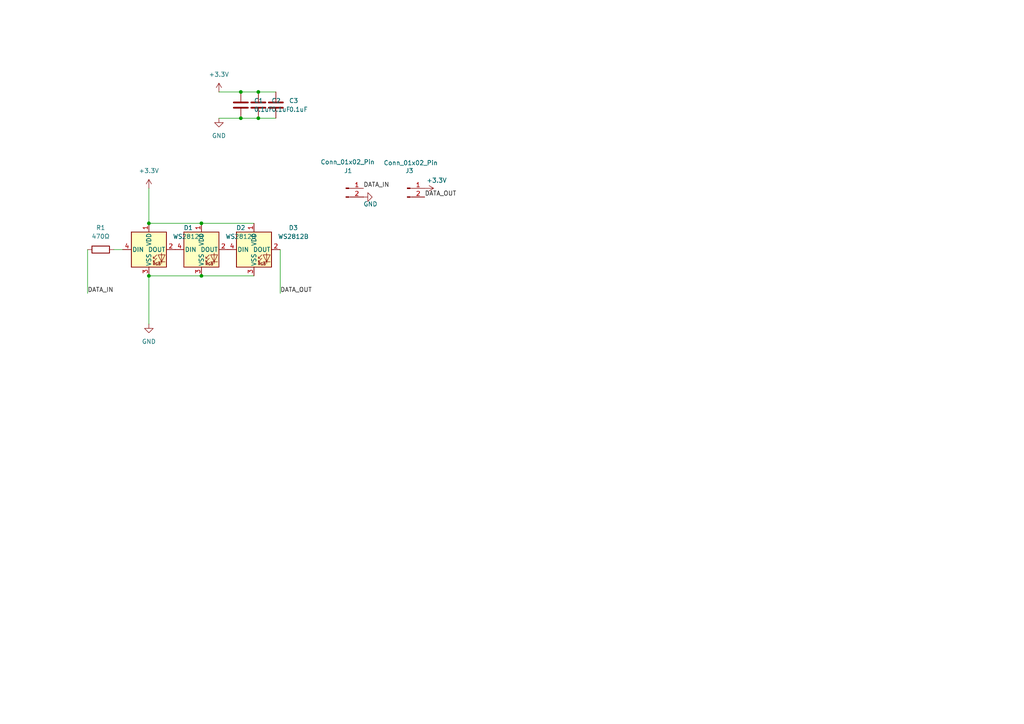
<source format=kicad_sch>
(kicad_sch (version 20231120) (generator "eeschema") (generator_version "8.0")
  (paper "A4")
  (lib_symbols
    (symbol "Connector:Conn_01x02_Pin" (pin_names (offset 1.016) hide)
      (property "Reference" "J" (at 0 2.54 0))
      (property "Value" "Conn_01x02_Pin" (at 0 -5.08 0))
      (symbol "Conn_01x02_Pin_1_1"
        (polyline (pts (xy 1.27 -2.54) (xy 0.8636 -2.54)) (stroke (width 0.1524)))
        (polyline (pts (xy 1.27 0) (xy 0.8636 0)) (stroke (width 0.1524)))
        (rectangle (start 0.8636 -2.413) (end 0 -2.667) (stroke (width 0.1524)) (fill (type outline)))
        (rectangle (start 0.8636 0.127) (end 0 -0.127) (stroke (width 0.1524)) (fill (type outline)))
        (pin passive line (at 5.08 0 180) (length 3.81) (name "Pin_1") (number "1"))
        (pin passive line (at 5.08 -2.54 180) (length 3.81) (name "Pin_2") (number "2"))
      )
    )
    (symbol "Device:C" (pin_numbers hide) (pin_names (offset 0.254))
      (property "Reference" "C" (at 0.635 2.54 0))
      (property "Value" "C" (at 0.635 -2.54 0))
      (symbol "C_0_1"
        (polyline (pts (xy -2.032 -0.762) (xy 2.032 -0.762)) (stroke (width 0.508)))
        (polyline (pts (xy -2.032 0.762) (xy 2.032 0.762)) (stroke (width 0.508)))
      )
      (symbol "C_1_1"
        (pin passive line (at 0 3.81 270) (length 2.794) (name "~") (number "1"))
        (pin passive line (at 0 -3.81 90) (length 2.794) (name "~") (number "2"))
      )
    )
    (symbol "Device:R" (pin_numbers hide) (pin_names (offset 0))
      (property "Reference" "R" (at 2.032 0 90))
      (property "Value" "R" (at 0 0 90))
      (symbol "R_0_1"
        (rectangle (start -1.016 -2.54) (end 1.016 2.54) (stroke (width 0.254)))
      )
      (symbol "R_1_1"
        (pin passive line (at 0 3.81 270) (length 1.27) (name "~") (number "1"))
        (pin passive line (at 0 -3.81 90) (length 1.27) (name "~") (number "2"))
      )
    )
    (symbol "LED:WS2812B" (pin_names (offset 0.254))
      (property "Reference" "D" (at 5.08 5.715 0))
      (property "Value" "WS2812B" (at 1.27 -5.715 0))
      (symbol "WS2812B_0_0"
        (text "RGB" (at 2.286 -4.191 0) (effects (font (size 0.762 0.762))))
      )
      (symbol "WS2812B_0_1"
        (polyline (pts (xy 1.27 -3.556) (xy 1.778 -3.556)))
        (polyline (pts (xy 1.27 -2.54) (xy 1.778 -2.54)))
        (polyline (pts (xy 4.699 -3.556) (xy 2.667 -3.556)))
        (polyline (pts (xy 2.286 -2.54) (xy 1.27 -3.556) (xy 1.27 -3.048)))
        (polyline (pts (xy 2.286 -1.524) (xy 1.27 -2.54) (xy 1.27 -2.032)))
        (polyline (pts (xy 3.683 -1.016) (xy 3.683 -3.556) (xy 3.683 -4.064)))
        (polyline (pts (xy 4.699 -1.524) (xy 2.667 -1.524) (xy 3.683 -3.556) (xy 4.699 -1.524)))
        (rectangle (start 5.08 5.08) (end -5.08 -5.08) (stroke (width 0.254)) (fill (type background)))
      )
      (symbol "WS2812B_1_1"
        (pin power_in line (at 0 7.62 270) (length 2.54) (name "VDD") (number "1"))
        (pin output line (at 7.62 0 180) (length 2.54) (name "DOUT") (number "2"))
        (pin power_in line (at 0 -7.62 90) (length 2.54) (name "VSS") (number "3"))
        (pin input line (at -7.62 0 0) (length 2.54) (name "DIN") (number "4"))
      )
    )
    (symbol "power:+3.3V" (power) (pin_numbers hide) (pin_names (offset 0) hide)
      (property "Value" "+3.3V" (at 0 3.556 0))
      (symbol "+3.3V_0_1"
        (polyline (pts (xy -0.762 1.27) (xy 0 2.54)))
        (polyline (pts (xy 0 0) (xy 0 2.54)))
        (polyline (pts (xy 0 2.54) (xy 0.762 1.27)))
      )
      (symbol "+3.3V_1_1"
        (pin power_in line (at 0 0 90) (length 0) (name "~") (number "1"))
      )
    )
    (symbol "power:+5V" (power) (pin_numbers hide) (pin_names (offset 0) hide)
      (property "Value" "+5V" (at 0 3.556 0))
      (symbol "+5V_0_1"
        (polyline (pts (xy -0.762 1.27) (xy 0 2.54)))
        (polyline (pts (xy 0 0) (xy 0 2.54)))
        (polyline (pts (xy 0 2.54) (xy 0.762 1.27)))
      )
      (symbol "+5V_1_1"
        (pin power_in line (at 0 0 90) (length 0) (name "~") (number "1"))
      )
    )
    (symbol "power:GND" (power) (pin_numbers hide) (pin_names (offset 0) hide)
      (property "Value" "GND" (at 0 -3.81 0))
      (symbol "GND_0_1"
        (polyline (pts (xy 0 0) (xy 0 -1.27) (xy 1.27 -1.27) (xy 0 -2.54) (xy -1.27 -1.27) (xy 0 -1.27)))
      )
      (symbol "GND_1_1"
        (pin power_in line (at 0 0 270) (length 0) (name "~") (number "1"))
      )
    )
  )
  (junction (at 58.42 64.77))
  (junction (at 43.18 80.01))
  (junction (at 43.18 64.77))
  (junction (at 69.85 34.29))
  (junction (at 74.93 26.67))
  (junction (at 74.93 34.29))
  (junction (at 69.85 26.67))
  (junction (at 58.42 80.01))
  (wire (pts (xy 63.5 26.67) (xy 69.85 26.67)))
  (wire (pts (xy 74.93 34.29) (xy 80.01 34.29)))
  (wire (pts (xy 43.18 80.01) (xy 58.42 80.01)))
  (wire (pts (xy 63.5 34.29) (xy 69.85 34.29)))
  (wire (pts (xy 43.18 80.01) (xy 43.18 93.98)))
  (wire (pts (xy 43.18 54.61) (xy 43.18 64.77)))
  (wire (pts (xy 74.93 26.67) (xy 80.01 26.67)))
  (wire (pts (xy 69.85 26.67) (xy 74.93 26.67)))
  (wire (pts (xy 33.02 72.39) (xy 35.56 72.39)))
  (wire (pts (xy 43.18 64.77) (xy 58.42 64.77)))
  (wire (pts (xy 81.28 72.39) (xy 81.28 85.09)))
  (wire (pts (xy 25.4 72.39) (xy 25.4 85.09)))
  (wire (pts (xy 69.85 34.29) (xy 74.93 34.29)))
  (wire (pts (xy 73.66 64.77) (xy 58.42 64.77)))
  (wire (pts (xy 58.42 80.01) (xy 73.66 80.01)))
  (label "DATA_IN" (at 105.41 54.61 0))
  (label "DATA_OUT" (at 123.19 57.15 0))
  (label "DATA_IN" (at 25.4 85.09 0))
  (label "DATA_OUT" (at 81.28 85.09 0))
  (symbol (lib_id "power:+5V") (at 123.19 54.61 270) (unit 1)
    (property "Reference" "#PWR010" (effects (hide yes)))
    (property "Value" "+3.3V" (at 123.698 52.324 90) (effects (justify left)))
    (property "Description" "Power symbol creates a global label with name \"+5V\"" (effects (hide yes)))
  )
  (symbol (lib_id "power:+3.3V") (at 43.18 54.61 0) (unit 1)
    (property "Reference" "#PWR01" (effects (hide yes)))
    (property "Value" "+3.3V" (at 43.18 49.53 0))
    (property "Description" "Power symbol creates a global label with name \"+3.3V\"" (effects (hide yes)))
  )
  (symbol (lib_id "Device:C") (at 80.01 30.48 0) (unit 1)
    (property "Reference" "C3" (at 83.82 29.2099 0) (effects (justify left)))
    (property "Value" "0.1uF" (at 83.82 31.7499 0) (effects (justify left)))
    (property "Footprint" "Capacitor_SMD:C_0805_2012Metric" (effects (hide yes)))
    (property "Description" "Unpolarized capacitor" (effects (hide yes)))
  )
  (symbol (lib_id "Device:C") (at 69.85 30.48 0) (unit 1)
    (property "Reference" "C1" (at 73.66 29.2099 0) (effects (justify left)))
    (property "Value" "0.1uF" (at 73.66 31.7499 0) (effects (justify left)))
    (property "Footprint" "Capacitor_SMD:C_0805_2012Metric" (effects (hide yes)))
    (property "Description" "Unpolarized capacitor" (effects (hide yes)))
  )
  (symbol (lib_id "Connector:Conn_01x02_Pin") (at 100.33 54.61 0) (unit 1)
    (property "Reference" "J1" (at 100.965 49.53 0))
    (property "Value" "Conn_01x02_Pin" (at 100.838 46.99 0))
    (property "Footprint" "Connector_PinHeader_2.54mm:PinHeader_1x02_P2.54mm_Vertical" (effects (hide yes)))
    (property "Description" "Generic connector, single row, 01x02, script generated" (effects (hide yes)))
  )
  (symbol (lib_id "Device:R") (at 29.21 72.39 90) (unit 1)
    (property "Reference" "R1" (at 29.21 66.04 90))
    (property "Value" "470Ω" (at 29.21 68.58 90))
    (property "Footprint" "Resistor_SMD:R_0805_2012Metric_Pad1.20x1.40mm_HandSolder" (effects (hide yes)))
    (property "Description" "Resistor" (effects (hide yes)))
  )
  (symbol (lib_id "LED:WS2812B") (at 73.66 72.39 0) (unit 1)
    (property "Reference" "D3" (at 85.09 66.0714 0))
    (property "Value" "WS2812B" (at 85.09 68.6114 0))
    (property "Footprint" "LED_SMD:LED_WS2812B_PLCC4_5.0x5.0mm_P3.2mm" (effects (hide yes)))
    (property "Datasheet" "https://cdn-shop.adafruit.com/datasheets/WS2812B.pdf" (effects (hide yes)))
    (property "Description" "RGB LED with integrated controller" (effects (hide yes)))
  )
  (symbol (lib_id "power:GND") (at 105.41 57.15 90) (unit 1)
    (property "Reference" "#PWR09" (effects (hide yes)))
    (property "Value" "GND" (at 107.442 59.182 90))
    (property "Description" "Power symbol creates a global label with name \"GND\" , ground" (effects (hide yes)))
  )
  (symbol (lib_id "power:GND") (at 43.18 93.98 0) (unit 1)
    (property "Reference" "#PWR02" (effects (hide yes)))
    (property "Value" "GND" (at 43.18 99.06 0))
    (property "Description" "Power symbol creates a global label with name \"GND\" , ground" (effects (hide yes)))
  )
  (symbol (lib_id "Connector:Conn_01x02_Pin") (at 118.11 54.61 0) (unit 1)
    (property "Reference" "J3" (at 118.745 49.53 0))
    (property "Value" "Conn_01x02_Pin" (at 119.126 47.244 0))
    (property "Footprint" "Connector_PinHeader_2.54mm:PinHeader_1x02_P2.54mm_Vertical" (effects (hide yes)))
    (property "Description" "Generic connector, single row, 01x02, script generated" (effects (hide yes)))
  )
  (symbol (lib_id "power:+3.3V") (at 63.5 26.67 0) (unit 1)
    (property "Reference" "#PWR03" (effects (hide yes)))
    (property "Value" "+3.3V" (at 63.5 21.59 0))
    (property "Description" "Power symbol creates a global label with name \"+3.3V\"" (effects (hide yes)))
  )
  (symbol (lib_id "power:GND") (at 63.5 34.29 0) (unit 1)
    (property "Reference" "#PWR04" (effects (hide yes)))
    (property "Value" "GND" (at 63.5 39.37 0))
    (property "Description" "Power symbol creates a global label with name \"GND\" , ground" (effects (hide yes)))
  )
  (symbol (lib_id "LED:WS2812B") (at 58.42 72.39 0) (unit 1)
    (property "Reference" "D2" (at 69.85 66.0714 0))
    (property "Value" "WS2812B" (at 69.85 68.6114 0))
    (property "Footprint" "LED_SMD:LED_WS2812B_PLCC4_5.0x5.0mm_P3.2mm" (effects (hide yes)))
    (property "Datasheet" "https://cdn-shop.adafruit.com/datasheets/WS2812B.pdf" (effects (hide yes)))
    (property "Description" "RGB LED with integrated controller" (effects (hide yes)))
  )
  (symbol (lib_id "Device:C") (at 74.93 30.48 0) (unit 1)
    (property "Reference" "C2" (at 78.74 29.2099 0) (effects (justify left)))
    (property "Value" "0.1uF" (at 78.74 31.7499 0) (effects (justify left)))
    (property "Footprint" "Capacitor_SMD:C_0805_2012Metric" (effects (hide yes)))
    (property "Description" "Unpolarized capacitor" (effects (hide yes)))
  )
  (symbol (lib_id "LED:WS2812B") (at 43.18 72.39 0) (unit 1)
    (property "Reference" "D1" (at 54.61 66.0714 0))
    (property "Value" "WS2812B" (at 54.61 68.6114 0))
    (property "Footprint" "LED_SMD:LED_WS2812B_PLCC4_5.0x5.0mm_P3.2mm" (effects (hide yes)))
    (property "Datasheet" "https://cdn-shop.adafruit.com/datasheets/WS2812B.pdf" (effects (hide yes)))
    (property "Description" "RGB LED with integrated controller" (effects (hide yes)))
  )
)
</source>
